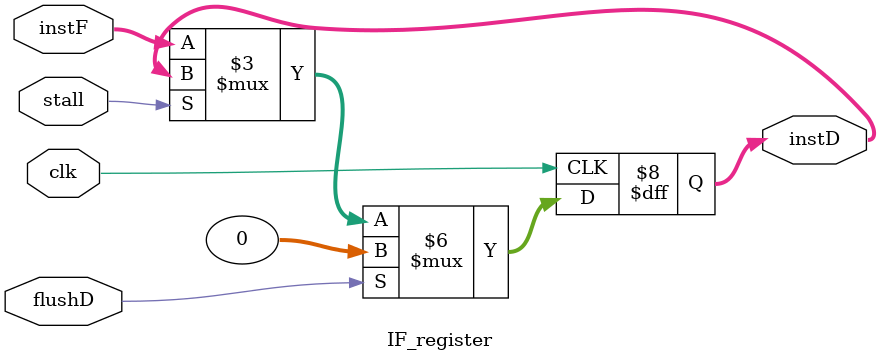
<source format=sv>

 
module IF_register (
	input  logic [31:0] instF,
	input  logic        stall,
	input  logic        flushD,
	input  logic        clk,
	output logic [31:0] instD
);

	always_ff @(posedge clk) begin
		if (flushD) instD <= 32'h0000_0000; // flush has priority
		else if (!stall) instD <= instF;    // update only when not stalled
		// when stalled: hold previous instD
	end

endmodule

</source>
